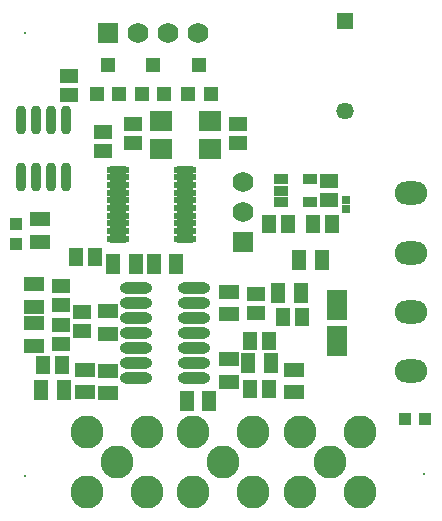
<source format=gts>
%FSLAX25Y25*%
%MOIN*%
G70*
G01*
G75*
G04 Layer_Color=8388736*
%ADD10R,0.03937X0.03937*%
%ADD11R,0.06102X0.09449*%
%ADD12R,0.05315X0.03740*%
%ADD13R,0.03543X0.03740*%
%ADD14R,0.03740X0.05315*%
%ADD15R,0.03937X0.03937*%
%ADD16R,0.03543X0.02559*%
%ADD17O,0.06693X0.01378*%
%ADD18R,0.06300X0.05500*%
%ADD19R,0.05512X0.04134*%
%ADD20R,0.04134X0.05512*%
%ADD21R,0.02000X0.02000*%
%ADD22O,0.02362X0.08661*%
%ADD23O,0.09843X0.02756*%
%ADD24C,0.01000*%
%ADD25C,0.01600*%
%ADD26C,0.02000*%
%ADD27C,0.03200*%
%ADD28C,0.02800*%
%ADD29C,0.04724*%
%ADD30R,0.04724X0.04724*%
%ADD31O,0.09843X0.06693*%
%ADD32C,0.05906*%
%ADD33R,0.05906X0.05906*%
%ADD34R,0.05906X0.05906*%
%ADD35C,0.10000*%
%ADD36C,0.05000*%
%ADD37C,0.03150*%
%ADD38C,0.02400*%
%ADD39C,0.03400*%
%ADD40R,0.02000X0.02000*%
%ADD41C,0.00800*%
%ADD42C,0.00984*%
%ADD43C,0.00787*%
%ADD44C,0.02362*%
%ADD45C,0.01575*%
%ADD46C,0.00591*%
%ADD47R,0.02560X0.00730*%
%ADD48R,0.01800X0.06700*%
%ADD49R,0.02300X0.00650*%
%ADD50R,0.05906X0.78740*%
%ADD51R,0.00650X0.02300*%
%ADD52R,0.06700X0.01800*%
%ADD53R,0.00730X0.02560*%
%ADD54R,0.07126X0.10472*%
%ADD55R,0.06339X0.04764*%
%ADD56R,0.04567X0.04764*%
%ADD57R,0.04764X0.06339*%
%ADD58R,0.04567X0.03583*%
%ADD59O,0.07717X0.02402*%
%ADD60R,0.07324X0.06524*%
%ADD61R,0.06535X0.05158*%
%ADD62R,0.05158X0.06535*%
%ADD63R,0.03024X0.03024*%
%ADD64O,0.03386X0.09685*%
%ADD65O,0.10866X0.03780*%
%ADD66C,0.05748*%
%ADD67R,0.05748X0.05748*%
%ADD68C,0.01024*%
%ADD69O,0.10866X0.07717*%
%ADD70C,0.06929*%
%ADD71R,0.06929X0.06929*%
%ADD72R,0.06929X0.06929*%
%ADD73C,0.11024*%
D10*
X373346Y239000D02*
D03*
X366653D02*
D03*
D15*
X237000Y303725D02*
D03*
Y297031D02*
D03*
D54*
X344000Y277004D02*
D03*
Y264996D02*
D03*
D55*
X317000Y274350D02*
D03*
Y280650D02*
D03*
X341350Y318150D02*
D03*
Y311850D02*
D03*
X254500Y346850D02*
D03*
Y353150D02*
D03*
X311000Y337150D02*
D03*
Y330850D02*
D03*
X276000Y330850D02*
D03*
Y337150D02*
D03*
X266000Y328350D02*
D03*
Y334650D02*
D03*
X259000Y268350D02*
D03*
Y274650D02*
D03*
X252000Y283150D02*
D03*
Y276850D02*
D03*
Y263850D02*
D03*
Y270150D02*
D03*
D56*
X286240Y347079D02*
D03*
X282500Y356921D02*
D03*
X278760Y347079D02*
D03*
X271240D02*
D03*
X267500Y356921D02*
D03*
X263760Y347079D02*
D03*
X301740D02*
D03*
X298000Y356921D02*
D03*
X294260Y347079D02*
D03*
D57*
X335850Y304000D02*
D03*
X342150D02*
D03*
X321350D02*
D03*
X327650D02*
D03*
X314850Y265000D02*
D03*
X321150D02*
D03*
X321150Y249000D02*
D03*
X314850D02*
D03*
X245850Y257000D02*
D03*
X252150D02*
D03*
X332150Y273000D02*
D03*
X325850D02*
D03*
X256850Y293000D02*
D03*
X263150D02*
D03*
D58*
X325276Y318740D02*
D03*
Y315000D02*
D03*
Y311260D02*
D03*
X334724D02*
D03*
Y318740D02*
D03*
D59*
X293220Y298984D02*
D03*
Y301543D02*
D03*
Y304102D02*
D03*
Y306661D02*
D03*
Y309221D02*
D03*
Y311779D02*
D03*
Y314339D02*
D03*
Y316898D02*
D03*
Y319457D02*
D03*
Y322016D02*
D03*
X270779Y298984D02*
D03*
Y301543D02*
D03*
Y304102D02*
D03*
Y306661D02*
D03*
Y309221D02*
D03*
Y311779D02*
D03*
Y314339D02*
D03*
Y316898D02*
D03*
Y319457D02*
D03*
Y322016D02*
D03*
D60*
X301650Y338250D02*
D03*
X285350D02*
D03*
Y328750D02*
D03*
X301650D02*
D03*
D61*
X267500Y274740D02*
D03*
Y267260D02*
D03*
X243000Y276260D02*
D03*
Y283740D02*
D03*
X245010Y305413D02*
D03*
Y297933D02*
D03*
X243000Y270740D02*
D03*
Y263260D02*
D03*
X329500Y255240D02*
D03*
Y247760D02*
D03*
X308000Y281240D02*
D03*
Y273760D02*
D03*
X267500Y254894D02*
D03*
Y247413D02*
D03*
X260000Y247760D02*
D03*
Y255240D02*
D03*
X308000Y251260D02*
D03*
Y258740D02*
D03*
D62*
X338740Y292000D02*
D03*
X331260D02*
D03*
X252740Y248500D02*
D03*
X245260D02*
D03*
X321740Y257500D02*
D03*
X314260D02*
D03*
X324260Y281000D02*
D03*
X331740D02*
D03*
X301240Y245000D02*
D03*
X293760D02*
D03*
X282760Y290500D02*
D03*
X290240D02*
D03*
X269260D02*
D03*
X276740D02*
D03*
D63*
X347000Y309000D02*
D03*
Y312000D02*
D03*
D64*
X238500Y319551D02*
D03*
X243500D02*
D03*
X248500D02*
D03*
X253500D02*
D03*
X238500Y338449D02*
D03*
X243500D02*
D03*
X248500D02*
D03*
X253500D02*
D03*
D65*
X296146Y252500D02*
D03*
Y257500D02*
D03*
Y262500D02*
D03*
Y267500D02*
D03*
Y272500D02*
D03*
Y277500D02*
D03*
Y282500D02*
D03*
X276854Y252500D02*
D03*
Y257500D02*
D03*
Y262500D02*
D03*
Y267500D02*
D03*
Y272500D02*
D03*
Y277500D02*
D03*
Y282500D02*
D03*
D66*
X346500Y341500D02*
D03*
D67*
Y371500D02*
D03*
D68*
X240000Y220000D02*
D03*
Y367500D02*
D03*
X373000Y220500D02*
D03*
D69*
X368500Y314028D02*
D03*
Y294342D02*
D03*
Y274658D02*
D03*
Y254972D02*
D03*
D70*
X297500Y367500D02*
D03*
X287500D02*
D03*
X277500D02*
D03*
X312500Y318000D02*
D03*
Y308000D02*
D03*
D71*
X267500Y367500D02*
D03*
D72*
X312500Y298000D02*
D03*
D73*
X280500Y214500D02*
D03*
X260500D02*
D03*
X280500Y234500D02*
D03*
X260500D02*
D03*
X270500Y224500D02*
D03*
X316000Y214500D02*
D03*
X296000D02*
D03*
X316000Y234500D02*
D03*
X296000D02*
D03*
X306000Y224500D02*
D03*
X351500Y214500D02*
D03*
X331500D02*
D03*
X351500Y234500D02*
D03*
X331500D02*
D03*
X341500Y224500D02*
D03*
M02*

</source>
